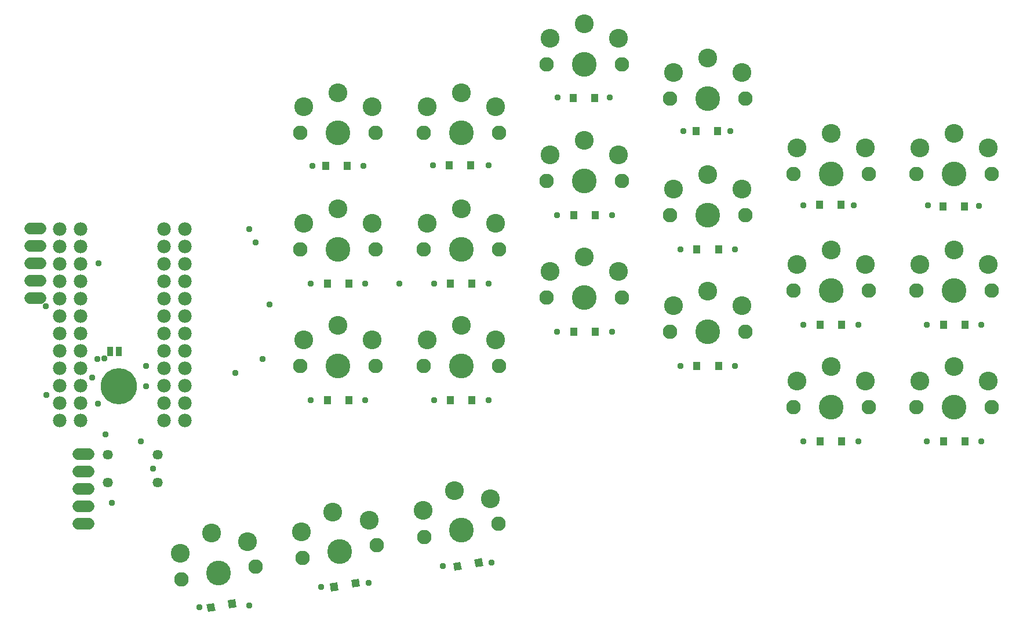
<source format=gbr>
G04 EAGLE Gerber RS-274X export*
G75*
%MOMM*%
%FSLAX34Y34*%
%LPD*%
%INSoldermask Top*%
%IPPOS*%
%AMOC8*
5,1,8,0,0,1.08239X$1,22.5*%
G01*
G04 Define Apertures*
%ADD10C,3.603200*%
%ADD11C,2.103200*%
%ADD12C,2.743200*%
%ADD13C,1.981200*%
%ADD14C,1.727200*%
%ADD15C,5.283200*%
%ADD16R,0.838200X1.473200*%
%ADD17C,1.463200*%
%ADD18R,1.103200X1.153200*%
%ADD19C,0.959600*%
D10*
X540000Y-160000D03*
D11*
X485000Y-160000D03*
X595000Y-160000D03*
D12*
X540000Y-101000D03*
X590000Y-122000D03*
X490000Y-122000D03*
D10*
X540000Y-330000D03*
D11*
X485000Y-330000D03*
X595000Y-330000D03*
D12*
X540000Y-271000D03*
X590000Y-292000D03*
X490000Y-292000D03*
D10*
X360000Y-160000D03*
D11*
X305000Y-160000D03*
X415000Y-160000D03*
D12*
X360000Y-101000D03*
X410000Y-122000D03*
X310000Y-122000D03*
D10*
X360000Y-330000D03*
D11*
X305000Y-330000D03*
X415000Y-330000D03*
D12*
X360000Y-271000D03*
X410000Y-292000D03*
X310000Y-292000D03*
D10*
X180000Y-50000D03*
D11*
X125000Y-50000D03*
X235000Y-50000D03*
D12*
X180000Y9000D03*
X230000Y-12000D03*
X130000Y-12000D03*
D10*
X180000Y-220000D03*
D11*
X125000Y-220000D03*
X235000Y-220000D03*
D12*
X180000Y-161000D03*
X230000Y-182000D03*
X130000Y-182000D03*
D10*
X0Y0D03*
D11*
X-55000Y0D03*
X55000Y0D03*
D12*
X0Y59000D03*
X50000Y38000D03*
X-50000Y38000D03*
D10*
X0Y-170000D03*
D11*
X-55000Y-170000D03*
X55000Y-170000D03*
D12*
X0Y-111000D03*
X50000Y-132000D03*
X-50000Y-132000D03*
D10*
X-180000Y-100000D03*
D11*
X-235000Y-100000D03*
X-125000Y-100000D03*
D12*
X-180000Y-41000D03*
X-130000Y-62000D03*
X-230000Y-62000D03*
D10*
X-180000Y-270000D03*
D11*
X-235000Y-270000D03*
X-125000Y-270000D03*
D12*
X-180000Y-211000D03*
X-130000Y-232000D03*
X-230000Y-232000D03*
D10*
X-360000Y-100000D03*
D11*
X-415000Y-100000D03*
X-305000Y-100000D03*
D12*
X-360000Y-41000D03*
X-310000Y-62000D03*
X-410000Y-62000D03*
D10*
X-360000Y-270000D03*
D11*
X-415000Y-270000D03*
X-305000Y-270000D03*
D12*
X-360000Y-211000D03*
X-310000Y-232000D03*
X-410000Y-232000D03*
D10*
X-180000Y-510000D03*
D11*
X-234164Y-519551D03*
X-125836Y-500449D03*
D12*
X-190245Y-451896D03*
X-137358Y-463895D03*
X-235839Y-481260D03*
D10*
X-357265Y-541257D03*
D11*
X-411430Y-550807D03*
X-303101Y-531706D03*
D12*
X-367511Y-483153D03*
X-314624Y-495152D03*
X-413104Y-512516D03*
D10*
X-534531Y-572513D03*
D11*
X-588695Y-582064D03*
X-480366Y-562963D03*
D12*
X-544776Y-514410D03*
X-491889Y-526408D03*
X-590370Y-543773D03*
D13*
X-766200Y-70300D03*
X-766200Y-95700D03*
X-766200Y-121100D03*
X-766200Y-146500D03*
X-766200Y-171900D03*
X-766200Y-197300D03*
X-766200Y-222700D03*
X-766200Y-248100D03*
X-766200Y-273500D03*
X-766200Y-298900D03*
X-766200Y-324300D03*
X-766200Y-349700D03*
X-613800Y-70300D03*
X-613800Y-95700D03*
X-613800Y-121100D03*
X-613800Y-146500D03*
X-613800Y-171900D03*
X-613800Y-197300D03*
X-613800Y-222700D03*
X-613800Y-248100D03*
X-613800Y-273500D03*
X-613800Y-298900D03*
X-613800Y-324300D03*
X-613800Y-349700D03*
X-583800Y-70300D03*
X-583800Y-95700D03*
X-583800Y-121100D03*
X-583800Y-146500D03*
X-583800Y-171900D03*
X-583800Y-197300D03*
X-583800Y-222700D03*
X-583800Y-248100D03*
X-583800Y-273500D03*
X-583800Y-298900D03*
X-583800Y-324300D03*
X-583800Y-349700D03*
X-736200Y-70300D03*
X-736200Y-95700D03*
X-736200Y-121100D03*
X-736200Y-146500D03*
X-736200Y-171900D03*
X-736200Y-197300D03*
X-736200Y-222700D03*
X-736200Y-248100D03*
X-736200Y-273500D03*
X-736200Y-298900D03*
X-736200Y-324300D03*
X-736200Y-349700D03*
D14*
X-794280Y-170800D02*
X-809520Y-170800D01*
X-809520Y-145400D02*
X-794280Y-145400D01*
X-794280Y-120000D02*
X-809520Y-120000D01*
X-809520Y-94600D02*
X-794280Y-94600D01*
X-794280Y-69200D02*
X-809520Y-69200D01*
X-739520Y-500800D02*
X-724280Y-500800D01*
X-724280Y-475400D02*
X-739520Y-475400D01*
X-739520Y-450000D02*
X-724280Y-450000D01*
X-724280Y-424600D02*
X-739520Y-424600D01*
X-739520Y-399200D02*
X-724280Y-399200D01*
D15*
X-680000Y-300000D03*
D16*
X-692700Y-249200D03*
X-680000Y-249200D03*
D17*
X-696200Y-400000D03*
X-623800Y-400000D03*
X-696200Y-440000D03*
X-623800Y-440000D03*
D18*
X555750Y-210000D03*
X524250Y-210000D03*
X555750Y-380000D03*
X524250Y-380000D03*
X375750Y-210000D03*
X344250Y-210000D03*
X375750Y-380000D03*
X344250Y-380000D03*
X195750Y-100000D03*
X164250Y-100000D03*
X195750Y-270000D03*
X164250Y-270000D03*
X15750Y-50000D03*
X-15750Y-50000D03*
X15750Y-220000D03*
X-15750Y-220000D03*
X-164250Y-150000D03*
X-195750Y-150000D03*
X-164250Y-320000D03*
X-195750Y-320000D03*
X-344250Y-150000D03*
X-375750Y-150000D03*
X-344250Y-320000D03*
X-375750Y-320000D03*
G36*
X-148056Y-561985D02*
X-158919Y-563901D01*
X-160922Y-552545D01*
X-150059Y-550629D01*
X-148056Y-561985D01*
G37*
G36*
X-179078Y-567455D02*
X-189941Y-569371D01*
X-191944Y-558015D01*
X-181081Y-556099D01*
X-179078Y-567455D01*
G37*
G36*
X-328056Y-591985D02*
X-338919Y-593901D01*
X-340922Y-582545D01*
X-330059Y-580629D01*
X-328056Y-591985D01*
G37*
G36*
X-359078Y-597455D02*
X-369941Y-599371D01*
X-371944Y-588015D01*
X-361081Y-586099D01*
X-359078Y-597455D01*
G37*
G36*
X-508056Y-621985D02*
X-518919Y-623901D01*
X-520922Y-612545D01*
X-510059Y-610629D01*
X-508056Y-621985D01*
G37*
G36*
X-539078Y-627455D02*
X-549941Y-629371D01*
X-551944Y-618015D01*
X-541081Y-616099D01*
X-539078Y-627455D01*
G37*
D10*
X540000Y10000D03*
D11*
X485000Y10000D03*
X595000Y10000D03*
D12*
X540000Y69000D03*
X590000Y48000D03*
X490000Y48000D03*
D18*
X555070Y-37140D03*
X523570Y-37140D03*
D10*
X360000Y10000D03*
D11*
X305000Y10000D03*
X415000Y10000D03*
D12*
X360000Y69000D03*
X410000Y48000D03*
X310000Y48000D03*
D18*
X374820Y-35080D03*
X343320Y-35080D03*
D10*
X180000Y120000D03*
D11*
X125000Y120000D03*
X235000Y120000D03*
D12*
X180000Y179000D03*
X230000Y158000D03*
X130000Y158000D03*
D18*
X194820Y72390D03*
X163320Y72390D03*
D10*
X0Y170000D03*
D11*
X-55000Y170000D03*
X55000Y170000D03*
D12*
X0Y229000D03*
X50000Y208000D03*
X-50000Y208000D03*
D18*
X14800Y121300D03*
X-16700Y121300D03*
D10*
X-180000Y70000D03*
D11*
X-235000Y70000D03*
X-125000Y70000D03*
D12*
X-180000Y129000D03*
X-130000Y108000D03*
X-230000Y108000D03*
D18*
X-165860Y22860D03*
X-197360Y22860D03*
D10*
X-360000Y70000D03*
D11*
X-415000Y70000D03*
X-305000Y70000D03*
D12*
X-360000Y129000D03*
X-310000Y108000D03*
X-410000Y108000D03*
D18*
X-346200Y21590D03*
X-377700Y21590D03*
D19*
X580000Y-210000D03*
X-220980Y22860D03*
X-220000Y-150000D03*
X-220000Y-320000D03*
X-510000Y-280000D03*
X-384810Y-593090D03*
X-690000Y-470000D03*
X580000Y-380000D03*
X400000Y-210000D03*
X-40000Y-220000D03*
X-40000Y-50000D03*
X-39370Y121920D03*
X-470000Y-260000D03*
X-207010Y-562610D03*
X400000Y-380000D03*
X220000Y-100000D03*
X220000Y-270000D03*
X40000Y-50000D03*
X144780Y72390D03*
X140000Y-100000D03*
X140000Y-270000D03*
X-460000Y-180000D03*
X40000Y-220000D03*
X-140000Y-150000D03*
X-140000Y-320000D03*
X320040Y-35560D03*
X320000Y-210000D03*
X320000Y-380000D03*
X-480000Y-90000D03*
X-320000Y-320000D03*
X-135890Y-557530D03*
X501650Y-35560D03*
X500000Y-210000D03*
X500000Y-380000D03*
X-490000Y-70000D03*
X-314960Y-586740D03*
X-490000Y-620000D03*
X-270000Y-150000D03*
X-710000Y-120000D03*
X-630000Y-420000D03*
X-640000Y-300000D03*
X-701594Y-258772D03*
X-719342Y-287061D03*
X-700000Y-370000D03*
X-711698Y-260000D03*
X-786882Y-183119D03*
X-786130Y-312420D03*
X-640000Y-270000D03*
X-320000Y-150000D03*
X576580Y-36830D03*
X393700Y-35560D03*
X213360Y72390D03*
X36830Y121920D03*
X-139700Y22860D03*
X-322580Y21590D03*
X-397510Y21590D03*
X-400000Y-320000D03*
X-710828Y-324810D03*
X-647592Y-380000D03*
X-562610Y-622300D03*
X-400000Y-150000D03*
M02*

</source>
